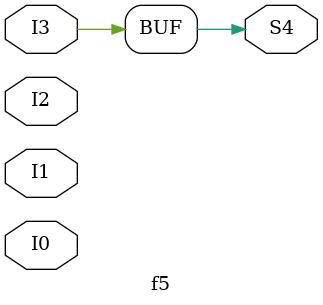
<source format=sv>
module f5(input I0, I1, I2, I3, output S4);

	assign S4 = (I3);
	
endmodule


</source>
